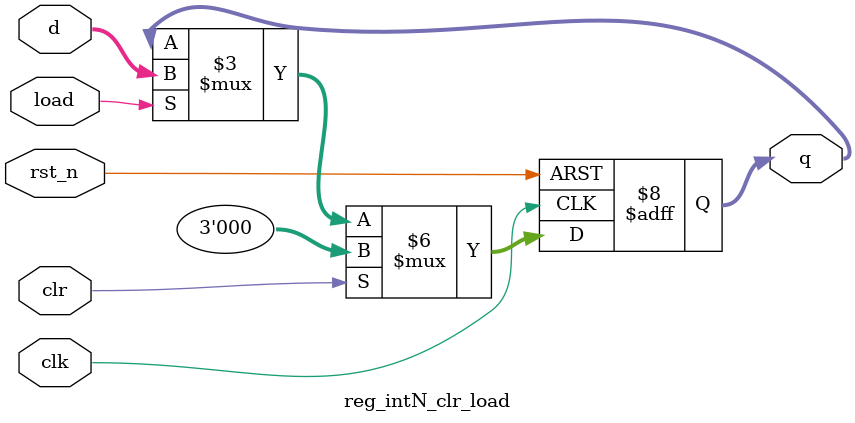
<source format=v>

module reg_intN_clr_load #(
    parameter N = 3
)(
    input  wire           clk,
    input  wire           rst_n,
    input  wire           clr,
    input  wire           load,
    input  wire [N-1:0]   d,
    output reg  [N-1:0]   q
);
    always @(posedge clk or negedge rst_n) begin
        if (!rst_n) q <= '0;
        else if (clr) q <= '0;
        else if (load) q <= d;
    end
endmodule

</source>
